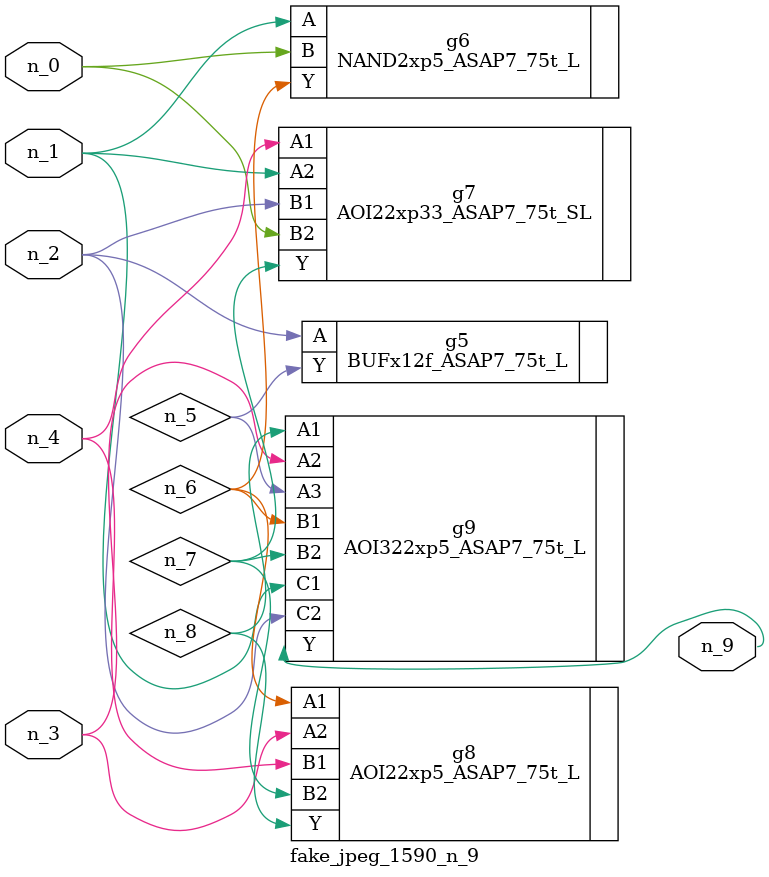
<source format=v>
module fake_jpeg_1590_n_9 (n_3, n_2, n_1, n_0, n_4, n_9);

input n_3;
input n_2;
input n_1;
input n_0;
input n_4;

output n_9;

wire n_8;
wire n_6;
wire n_5;
wire n_7;

BUFx12f_ASAP7_75t_L g5 ( 
.A(n_2),
.Y(n_5)
);

NAND2xp5_ASAP7_75t_L g6 ( 
.A(n_1),
.B(n_0),
.Y(n_6)
);

AOI22xp33_ASAP7_75t_SL g7 ( 
.A1(n_4),
.A2(n_1),
.B1(n_2),
.B2(n_0),
.Y(n_7)
);

AOI22xp5_ASAP7_75t_L g8 ( 
.A1(n_6),
.A2(n_3),
.B1(n_4),
.B2(n_7),
.Y(n_8)
);

AOI322xp5_ASAP7_75t_L g9 ( 
.A1(n_8),
.A2(n_3),
.A3(n_5),
.B1(n_6),
.B2(n_7),
.C1(n_1),
.C2(n_2),
.Y(n_9)
);


endmodule
</source>
